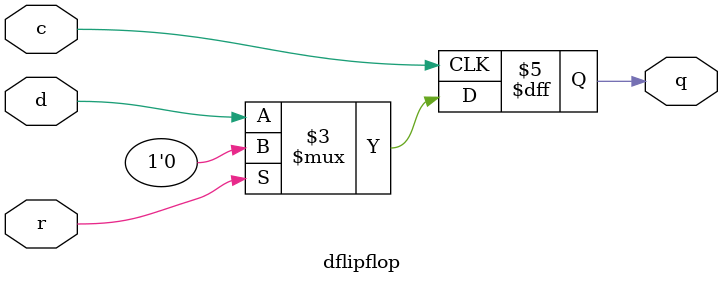
<source format=v>
module dflipflop(c,r,d,q);
input c,r,d;
output reg q;


always @(posedge c)
begin
if(r)
q<= 1'b0 ;
else
q<=d;
end
endmodule

</source>
